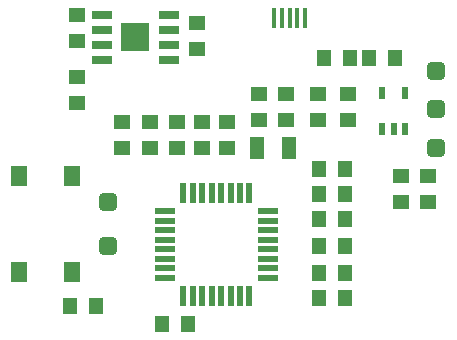
<source format=gtp>
G04*
G04 #@! TF.GenerationSoftware,Altium Limited,Altium Designer,21.9.2 (33)*
G04*
G04 Layer_Color=8421504*
%FSLAX25Y25*%
%MOIN*%
G70*
G04*
G04 #@! TF.SameCoordinates,0BDF80D0-06DB-4186-A1CF-57D38C80D236*
G04*
G04*
G04 #@! TF.FilePolarity,Positive*
G04*
G01*
G75*
%ADD15R,0.05118X0.07480*%
G04:AMPARAMS|DCode=16|XSize=60mil|YSize=60mil|CornerRadius=15mil|HoleSize=0mil|Usage=FLASHONLY|Rotation=90.000|XOffset=0mil|YOffset=0mil|HoleType=Round|Shape=RoundedRectangle|*
%AMROUNDEDRECTD16*
21,1,0.06000,0.03000,0,0,90.0*
21,1,0.03000,0.06000,0,0,90.0*
1,1,0.03000,0.01500,0.01500*
1,1,0.03000,0.01500,-0.01500*
1,1,0.03000,-0.01500,-0.01500*
1,1,0.03000,-0.01500,0.01500*
%
%ADD16ROUNDEDRECTD16*%
G04:AMPARAMS|DCode=17|XSize=60mil|YSize=60mil|CornerRadius=15mil|HoleSize=0mil|Usage=FLASHONLY|Rotation=0.000|XOffset=0mil|YOffset=0mil|HoleType=Round|Shape=RoundedRectangle|*
%AMROUNDEDRECTD17*
21,1,0.06000,0.03000,0,0,0.0*
21,1,0.03000,0.06000,0,0,0.0*
1,1,0.03000,0.01500,-0.01500*
1,1,0.03000,-0.01500,-0.01500*
1,1,0.03000,-0.01500,0.01500*
1,1,0.03000,0.01500,0.01500*
%
%ADD17ROUNDEDRECTD17*%
%ADD18R,0.05512X0.06693*%
%ADD19R,0.05512X0.04724*%
%ADD20R,0.04724X0.05512*%
%ADD21R,0.09409X0.09409*%
%ADD22R,0.06791X0.02559*%
%ADD23R,0.02362X0.04331*%
%ADD24R,0.02362X0.06594*%
%ADD25R,0.06594X0.02362*%
%ADD26R,0.01575X0.07087*%
D15*
X104528Y78740D02*
D03*
X93898D02*
D03*
D16*
X153543D02*
D03*
Y91535D02*
D03*
Y104331D02*
D03*
X44094Y46063D02*
D03*
D17*
Y60630D02*
D03*
D18*
X14567Y37402D02*
D03*
X32283D02*
D03*
X14567Y69291D02*
D03*
X32283D02*
D03*
D19*
X33858Y102362D02*
D03*
Y93701D02*
D03*
X48819Y87402D02*
D03*
Y78740D02*
D03*
X58268Y87402D02*
D03*
Y78740D02*
D03*
X67323Y78740D02*
D03*
Y87402D02*
D03*
X75590Y78740D02*
D03*
Y87402D02*
D03*
X83858Y78740D02*
D03*
Y87402D02*
D03*
X33858Y122835D02*
D03*
Y114173D02*
D03*
X124016Y96457D02*
D03*
Y87795D02*
D03*
X114173Y96457D02*
D03*
Y87795D02*
D03*
X141732Y69291D02*
D03*
Y60630D02*
D03*
X150787Y69291D02*
D03*
Y60630D02*
D03*
X73925Y120211D02*
D03*
Y111550D02*
D03*
X94488Y87795D02*
D03*
Y96457D02*
D03*
X103543Y87795D02*
D03*
Y96457D02*
D03*
D20*
X139764Y108661D02*
D03*
X131102D02*
D03*
X124803D02*
D03*
X116142D02*
D03*
X114567Y28740D02*
D03*
X123228D02*
D03*
Y55118D02*
D03*
X114567D02*
D03*
X123228Y37008D02*
D03*
X114567D02*
D03*
X123228Y46063D02*
D03*
X114567D02*
D03*
Y71653D02*
D03*
X123228D02*
D03*
X40157Y25886D02*
D03*
X31496D02*
D03*
X70866Y20079D02*
D03*
X62205D02*
D03*
X114567Y63386D02*
D03*
X123228D02*
D03*
D21*
X53347Y115551D02*
D03*
D22*
X42276Y108051D02*
D03*
Y113051D02*
D03*
Y118051D02*
D03*
Y123051D02*
D03*
X64417D02*
D03*
Y118051D02*
D03*
Y113051D02*
D03*
Y108051D02*
D03*
D23*
X135630Y85039D02*
D03*
X139370D02*
D03*
X143110D02*
D03*
Y96850D02*
D03*
X135630D02*
D03*
D24*
X88189Y63535D02*
D03*
X85039D02*
D03*
X81890D02*
D03*
X78740D02*
D03*
X75590D02*
D03*
X72441D02*
D03*
X69291D02*
D03*
Y29378D02*
D03*
X72441D02*
D03*
X75590D02*
D03*
X78740D02*
D03*
X81890D02*
D03*
X85039D02*
D03*
X88189D02*
D03*
X91339D02*
D03*
Y63535D02*
D03*
D25*
X63236Y57480D02*
D03*
Y54331D02*
D03*
Y51181D02*
D03*
Y48031D02*
D03*
Y44882D02*
D03*
Y41732D02*
D03*
Y38583D02*
D03*
Y35433D02*
D03*
X97394D02*
D03*
Y38583D02*
D03*
Y41732D02*
D03*
Y44882D02*
D03*
Y48031D02*
D03*
Y51181D02*
D03*
Y54331D02*
D03*
Y57480D02*
D03*
D26*
X99606Y121850D02*
D03*
X102165D02*
D03*
X109843D02*
D03*
X107283D02*
D03*
X104724D02*
D03*
M02*

</source>
